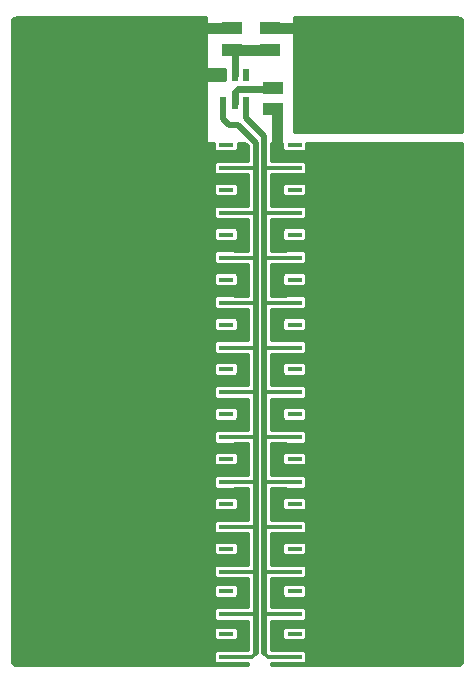
<source format=gtl>
G04 (created by PCBNEW (2013-07-07 BZR 4022)-stable) date 12/4/2019 12:35:47*
%MOIN*%
G04 Gerber Fmt 3.4, Leading zero omitted, Abs format*
%FSLAX34Y34*%
G01*
G70*
G90*
G04 APERTURE LIST*
%ADD10C,0.00590551*%
%ADD11R,0.023622X0.0433071*%
%ADD12C,0.0275591*%
%ADD13R,0.0700787X0.0401575*%
%ADD14R,0.0393701X0.0393701*%
%ADD15R,0.0492126X0.0133858*%
%ADD16C,0.0354331*%
%ADD17C,0.011811*%
%ADD18C,0.019685*%
%ADD19C,0.023622*%
G04 APERTURE END LIST*
G54D10*
G54D11*
X7204Y-3031D03*
X7952Y-3031D03*
X7204Y-2086D03*
X7578Y-3031D03*
X7952Y-2086D03*
X7578Y-2086D03*
G54D12*
X1456Y-13858D03*
X669Y-14153D03*
X4901Y-12972D03*
X6082Y-13070D03*
X5590Y-12283D03*
X6476Y-12381D03*
X5000Y-14448D03*
X6279Y-13759D03*
X5393Y-13661D03*
X6377Y-14940D03*
X5885Y-14448D03*
X5590Y-21437D03*
X6377Y-20157D03*
X6476Y-17007D03*
X1555Y-16909D03*
X3031Y-17696D03*
X2637Y-18582D03*
X570Y-18976D03*
X1358Y-18582D03*
X1850Y-19074D03*
X866Y-17795D03*
X1751Y-17893D03*
X767Y-11889D03*
X5787Y-15334D03*
X4901Y-16318D03*
X5000Y-15629D03*
X6181Y-16122D03*
X5787Y-16712D03*
X5098Y-17598D03*
X5787Y-19566D03*
X6181Y-20944D03*
X6279Y-18287D03*
X5295Y-18779D03*
X5885Y-17500D03*
X4803Y-18188D03*
X6476Y-18976D03*
X4114Y-19271D03*
X3228Y-19173D03*
X2244Y-19763D03*
X5098Y-19665D03*
X5492Y-20354D03*
X4212Y-20452D03*
X1161Y-19665D03*
X767Y-20255D03*
X3720Y-19960D03*
X2047Y-20649D03*
X2933Y-20354D03*
X4114Y-21141D03*
X4901Y-21043D03*
X2539Y-21338D03*
X964Y-21338D03*
X2440Y-15236D03*
X1358Y-15137D03*
X964Y-15728D03*
X2244Y-16122D03*
X3129Y-15826D03*
X2736Y-16811D03*
X669Y-16811D03*
X3129Y-11496D03*
X2342Y-11791D03*
X767Y-10413D03*
X1751Y-9822D03*
X1456Y-11003D03*
X2145Y-11102D03*
X1062Y-13070D03*
X1948Y-12480D03*
X3326Y-9822D03*
X6082Y-11299D03*
X5000Y-11496D03*
X6279Y-10314D03*
X5492Y-10610D03*
X5688Y-9527D03*
X4901Y-9625D03*
X2736Y-10511D03*
X3720Y-8838D03*
X2834Y-9133D03*
X866Y-9625D03*
X4507Y-8444D03*
X1555Y-8740D03*
X6279Y-3818D03*
X10137Y-826D03*
X1948Y-8149D03*
X767Y-7657D03*
X669Y-8346D03*
X1653Y-6673D03*
X669Y-6870D03*
X1555Y-7362D03*
X2539Y-7362D03*
X5000Y-8937D03*
X6279Y-8838D03*
X5885Y-8149D03*
X3031Y-8248D03*
X6476Y-5984D03*
X4901Y-6673D03*
X4015Y-7657D03*
X5885Y-6673D03*
X6279Y-7362D03*
X4901Y-7755D03*
X866Y-5000D03*
X4311Y-5885D03*
X5393Y-5787D03*
X1653Y-2933D03*
X866Y-3917D03*
X4114Y-5000D03*
X3326Y-4311D03*
X1456Y-4409D03*
X2736Y-4901D03*
X3326Y-5492D03*
X1161Y-5885D03*
X2342Y-5787D03*
X1751Y-5098D03*
X3523Y-2440D03*
X1751Y-3720D03*
X2440Y-4212D03*
X5000Y-5098D03*
X6082Y-5295D03*
X5000Y-4212D03*
X5885Y-4409D03*
X4015Y-4212D03*
X5590Y-3523D03*
X4114Y-3129D03*
X2933Y-3228D03*
X2539Y-2342D03*
X866Y-2637D03*
X1555Y-2047D03*
X5098Y-2834D03*
X4507Y-2244D03*
X3523Y-1751D03*
X2440Y-1456D03*
X964Y-1358D03*
X5984Y-2440D03*
X5098Y-1653D03*
X5787Y-1653D03*
X5984Y-669D03*
X4606Y-669D03*
X3425Y-964D03*
X4311Y-1161D03*
X5295Y-964D03*
X2637Y-669D03*
X1653Y-866D03*
X767Y-669D03*
X10492Y-18818D03*
X11771Y-18523D03*
X7854Y-9232D03*
X7854Y-4724D03*
X7854Y-7755D03*
X7854Y-6200D03*
X7854Y-12185D03*
X7854Y-13661D03*
X7854Y-10708D03*
X7854Y-15137D03*
X8996Y-4724D03*
X8996Y-7755D03*
X8996Y-6200D03*
X11909Y-12066D03*
X13385Y-12657D03*
X14015Y-5000D03*
X14704Y-4803D03*
X8996Y-21043D03*
X7854Y-21043D03*
X10551Y-11889D03*
X10570Y-6515D03*
X10374Y-4803D03*
X10492Y-8090D03*
X11653Y-9606D03*
X10984Y-10610D03*
X11279Y-12204D03*
X10787Y-13188D03*
X7854Y-16614D03*
X7854Y-19566D03*
X7854Y-18090D03*
X13287Y-21161D03*
X10984Y-18031D03*
X12106Y-20925D03*
X11476Y-15472D03*
X13562Y-14232D03*
X14429Y-14704D03*
X11673Y-13799D03*
X10590Y-17106D03*
X13169Y-13464D03*
X14448Y-13917D03*
X10551Y-16102D03*
X13169Y-18149D03*
X12755Y-14901D03*
X10629Y-19744D03*
X11870Y-14586D03*
X10728Y-14724D03*
X14665Y-12696D03*
X13484Y-15708D03*
X14724Y-18425D03*
X14173Y-12263D03*
X11968Y-1397D03*
X14232Y-2874D03*
X10708Y-3582D03*
X12952Y-3366D03*
X12027Y-3622D03*
X14685Y-3326D03*
X13759Y-3287D03*
X11889Y-551D03*
X10610Y-492D03*
X10177Y-3248D03*
X10649Y-2539D03*
X10374Y-1929D03*
X10531Y-1220D03*
X11003Y-1771D03*
X11397Y-1141D03*
X12185Y-2007D03*
X12066Y-2854D03*
X11279Y-3169D03*
X11358Y-2303D03*
X10433Y-5905D03*
X11811Y-8562D03*
X10433Y-7480D03*
X14074Y-13090D03*
X14665Y-15944D03*
X11220Y-11417D03*
X11811Y-10137D03*
X13818Y-1811D03*
X13543Y-2578D03*
X14330Y-2263D03*
X14448Y-1417D03*
X13661Y-551D03*
X14488Y-708D03*
X13267Y-1181D03*
X12795Y-629D03*
X12637Y-1338D03*
X13110Y-2047D03*
X12539Y-2559D03*
X13248Y-11948D03*
X13858Y-11653D03*
X11555Y-10787D03*
X11003Y-21003D03*
X12480Y-14153D03*
X13484Y-9685D03*
X12598Y-9842D03*
X11811Y-13051D03*
X12755Y-12578D03*
X14625Y-11633D03*
X14625Y-10866D03*
X14448Y-10000D03*
X12559Y-10590D03*
X14173Y-9035D03*
X13681Y-10708D03*
X12263Y-9094D03*
X10807Y-8562D03*
X12933Y-8346D03*
X13484Y-17086D03*
X14035Y-8169D03*
X10807Y-9724D03*
X14625Y-7578D03*
X11968Y-7755D03*
X14783Y-6397D03*
X10964Y-7755D03*
X13307Y-7559D03*
X14035Y-7066D03*
X12204Y-6929D03*
X11181Y-6850D03*
X14153Y-5629D03*
X13228Y-6062D03*
X12066Y-6279D03*
X11338Y-5905D03*
X13149Y-5039D03*
X13464Y-6692D03*
X12047Y-5196D03*
X10866Y-5196D03*
X8996Y-15137D03*
X8996Y-16614D03*
X8996Y-19566D03*
X8996Y-18090D03*
X8996Y-12185D03*
X8996Y-13661D03*
X8996Y-10708D03*
X8996Y-9232D03*
G54D13*
X8858Y-3204D03*
X8858Y-2503D03*
X8759Y-1236D03*
X8759Y-535D03*
X7480Y-1236D03*
X7480Y-535D03*
G54D14*
X13188Y-2657D03*
X12893Y-8366D03*
X11614Y-885D03*
X4527Y-1279D03*
G54D15*
X7303Y-16387D03*
X7303Y-16643D03*
X7303Y-16899D03*
X7303Y-17155D03*
X9586Y-17155D03*
X9586Y-16899D03*
X9586Y-16643D03*
X9586Y-16387D03*
X7303Y-20718D03*
X7303Y-20974D03*
X7303Y-21230D03*
X7303Y-21486D03*
X9586Y-21486D03*
X9586Y-21230D03*
X9586Y-20974D03*
X9586Y-20718D03*
X7303Y-19301D03*
X7303Y-19557D03*
X7303Y-19812D03*
X7303Y-20068D03*
X9586Y-20068D03*
X9586Y-19812D03*
X9586Y-19557D03*
X9586Y-19301D03*
X7303Y-17883D03*
X7303Y-18139D03*
X7303Y-18395D03*
X7303Y-18651D03*
X9586Y-18651D03*
X9586Y-18395D03*
X9586Y-18139D03*
X9586Y-17883D03*
X7303Y-14891D03*
X7303Y-15147D03*
X7303Y-15403D03*
X7303Y-15659D03*
X9586Y-15659D03*
X9586Y-15403D03*
X9586Y-15147D03*
X9586Y-14891D03*
X7303Y-13395D03*
X7303Y-13651D03*
X7303Y-13907D03*
X7303Y-14163D03*
X9586Y-14163D03*
X9586Y-13907D03*
X9586Y-13651D03*
X9586Y-13395D03*
X7303Y-11899D03*
X7303Y-12155D03*
X7303Y-12411D03*
X7303Y-12667D03*
X9586Y-12667D03*
X9586Y-12411D03*
X9586Y-12155D03*
X9586Y-11899D03*
X7303Y-10403D03*
X7303Y-10659D03*
X7303Y-10915D03*
X7303Y-11171D03*
X9586Y-11171D03*
X9586Y-10915D03*
X9586Y-10659D03*
X9586Y-10403D03*
X7303Y-8907D03*
X7303Y-9163D03*
X7303Y-9419D03*
X7303Y-9675D03*
X9586Y-9675D03*
X9586Y-9419D03*
X9586Y-9163D03*
X9586Y-8907D03*
X7303Y-7411D03*
X7303Y-7667D03*
X7303Y-7923D03*
X7303Y-8179D03*
X9586Y-8179D03*
X9586Y-7923D03*
X9586Y-7667D03*
X9586Y-7411D03*
X7303Y-5915D03*
X7303Y-6171D03*
X7303Y-6427D03*
X7303Y-6683D03*
X9586Y-6683D03*
X9586Y-6427D03*
X9586Y-6171D03*
X9586Y-5915D03*
X7303Y-4419D03*
X7303Y-4675D03*
X7303Y-4931D03*
X7303Y-5187D03*
X9586Y-5187D03*
X9586Y-4931D03*
X9586Y-4675D03*
X9586Y-4419D03*
G54D16*
X8759Y-535D02*
X10377Y-535D01*
X10377Y-535D02*
X10433Y-590D01*
X8996Y-4724D02*
X8996Y-3342D01*
X8996Y-3342D02*
X8858Y-3204D01*
G54D17*
X9586Y-21486D02*
X8690Y-21486D01*
G54D18*
X8562Y-21358D02*
X8562Y-20068D01*
G54D17*
X8690Y-21486D02*
X8562Y-21358D01*
X9586Y-20068D02*
X8562Y-20068D01*
X9586Y-18651D02*
X8562Y-18651D01*
X9586Y-17155D02*
X8562Y-17155D01*
X9586Y-15659D02*
X8562Y-15659D01*
X9586Y-14163D02*
X8533Y-14163D01*
X8523Y-14173D02*
X8562Y-14173D01*
X8533Y-14163D02*
X8523Y-14173D01*
X9586Y-12667D02*
X8562Y-12667D01*
X9586Y-11171D02*
X8562Y-11171D01*
X9586Y-9675D02*
X8562Y-9675D01*
X8562Y-9675D02*
X8562Y-9645D01*
X9586Y-8179D02*
X8562Y-8179D01*
X9586Y-6683D02*
X8572Y-6683D01*
X8572Y-6683D02*
X8562Y-6692D01*
X9586Y-5187D02*
X8592Y-5187D01*
X8592Y-5187D02*
X8562Y-5216D01*
G54D18*
X8562Y-20068D02*
X8562Y-19990D01*
X8562Y-16998D02*
X8562Y-17027D01*
X8562Y-10413D02*
X8562Y-9645D01*
X8562Y-9645D02*
X8562Y-8858D01*
X8562Y-12007D02*
X8562Y-11171D01*
X8562Y-11171D02*
X8562Y-11122D01*
X8562Y-11122D02*
X8562Y-10413D01*
X8562Y-6692D02*
X8562Y-8070D01*
X8562Y-8070D02*
X8562Y-8179D01*
X8562Y-8179D02*
X8562Y-8858D01*
X8562Y-13582D02*
X8562Y-12667D01*
X8562Y-12667D02*
X8562Y-12598D01*
X8562Y-12598D02*
X8562Y-12007D01*
X8562Y-8858D02*
X8562Y-8838D01*
X8562Y-5216D02*
X8562Y-6692D01*
X8562Y-14074D02*
X8562Y-13582D01*
X8562Y-4429D02*
X8562Y-4133D01*
X8562Y-4133D02*
X7952Y-3523D01*
X8562Y-4429D02*
X8562Y-5216D01*
X7952Y-3523D02*
X7952Y-3031D01*
X8562Y-15137D02*
X8562Y-14173D01*
X8562Y-14173D02*
X8562Y-14074D01*
X8562Y-16732D02*
X8562Y-15659D01*
X8562Y-15659D02*
X8562Y-15501D01*
X8562Y-15501D02*
X8562Y-15531D01*
X8562Y-15531D02*
X8562Y-15137D01*
X8562Y-18287D02*
X8562Y-17155D01*
X8562Y-17155D02*
X8562Y-16998D01*
X8562Y-17027D02*
X8562Y-16732D01*
X8562Y-19783D02*
X8562Y-18651D01*
X8562Y-18651D02*
X8562Y-18503D01*
X8562Y-18503D02*
X8562Y-18405D01*
X8562Y-18405D02*
X8562Y-18287D01*
X8562Y-19990D02*
X8562Y-19881D01*
X8562Y-19881D02*
X8562Y-19783D01*
G54D17*
X7303Y-21486D02*
X8159Y-21486D01*
G54D18*
X8287Y-21358D02*
X8287Y-20068D01*
G54D17*
X8159Y-21486D02*
X8287Y-21358D01*
X7303Y-20068D02*
X8287Y-20068D01*
X7303Y-18651D02*
X8326Y-18651D01*
X8326Y-18661D02*
X8287Y-18661D01*
X8326Y-18651D02*
X8326Y-18661D01*
X7303Y-17155D02*
X8287Y-17155D01*
X7303Y-15659D02*
X8326Y-15659D01*
X8326Y-15669D02*
X8287Y-15669D01*
X8326Y-15659D02*
X8326Y-15669D01*
X7303Y-14163D02*
X8326Y-14163D01*
X8326Y-14173D02*
X8287Y-14173D01*
X8326Y-14163D02*
X8326Y-14173D01*
X7303Y-12667D02*
X8287Y-12667D01*
X8287Y-12667D02*
X8287Y-12588D01*
X7303Y-11171D02*
X8287Y-11171D01*
X7303Y-9675D02*
X8326Y-9675D01*
X8326Y-9685D02*
X8287Y-9685D01*
X8326Y-9675D02*
X8326Y-9685D01*
X7303Y-8179D02*
X8287Y-8179D01*
X8287Y-8179D02*
X8287Y-8149D01*
X7303Y-6683D02*
X8238Y-6683D01*
X8238Y-6683D02*
X8287Y-6633D01*
X7303Y-5187D02*
X8326Y-5187D01*
X8326Y-5196D02*
X8287Y-5196D01*
X8326Y-5187D02*
X8326Y-5196D01*
G54D18*
X8287Y-20068D02*
X8287Y-20000D01*
G54D17*
X8287Y-6633D02*
X8326Y-6633D01*
X8326Y-6633D02*
X8287Y-6633D01*
G54D18*
X8287Y-13562D02*
X8287Y-12588D01*
X8287Y-12588D02*
X8287Y-12500D01*
X8287Y-12500D02*
X8287Y-11988D01*
X8287Y-11988D02*
X8287Y-11171D01*
X8287Y-11171D02*
X8287Y-11102D01*
X8287Y-11102D02*
X8287Y-10413D01*
X8287Y-10413D02*
X8287Y-9685D01*
X8287Y-9685D02*
X8287Y-9645D01*
X8287Y-9645D02*
X8287Y-9645D01*
X8287Y-9645D02*
X8287Y-8858D01*
X8287Y-14055D02*
X8287Y-13562D01*
X8287Y-8858D02*
X8287Y-8149D01*
X8287Y-8149D02*
X8287Y-8149D01*
X8287Y-8858D02*
X8287Y-8838D01*
X8287Y-20000D02*
X8287Y-19960D01*
X8287Y-19960D02*
X8287Y-19783D01*
X8287Y-19783D02*
X8287Y-18661D01*
X8287Y-18661D02*
X8287Y-18484D01*
X8287Y-18484D02*
X8287Y-18287D01*
X8287Y-18287D02*
X8287Y-17155D01*
X8287Y-17155D02*
X8287Y-17007D01*
X8287Y-17007D02*
X8287Y-16712D01*
X8287Y-16712D02*
X8287Y-15669D01*
X8287Y-15669D02*
X8287Y-15531D01*
X8287Y-15531D02*
X8287Y-15137D01*
X8287Y-15137D02*
X8287Y-14173D01*
X8287Y-14173D02*
X8287Y-14055D01*
X8287Y-4645D02*
X8287Y-4350D01*
X7204Y-3562D02*
X7204Y-3031D01*
X7381Y-3740D02*
X7204Y-3562D01*
X8287Y-5196D02*
X8287Y-5196D01*
X8287Y-5196D02*
X8287Y-4645D01*
X8287Y-6594D02*
X8287Y-6633D01*
X8287Y-6633D02*
X8287Y-5196D01*
X8287Y-4350D02*
X7677Y-3740D01*
X7677Y-3740D02*
X7381Y-3740D01*
X8287Y-8149D02*
X8287Y-6594D01*
G54D19*
X7578Y-3031D02*
X7578Y-2657D01*
X8803Y-2559D02*
X8858Y-2503D01*
X7677Y-2559D02*
X8803Y-2559D01*
X7578Y-2657D02*
X7677Y-2559D01*
G54D16*
X8759Y-1236D02*
X7480Y-1236D01*
G54D19*
X7578Y-2086D02*
X7578Y-1334D01*
X7578Y-1334D02*
X7480Y-1236D01*
G54D16*
X7480Y-535D02*
X5763Y-535D01*
X5763Y-535D02*
X5708Y-590D01*
G54D10*
G36*
X15157Y-3976D02*
X9606Y-3976D01*
X9606Y-196D01*
X15039Y-196D01*
X15095Y-207D01*
X15126Y-228D01*
X15146Y-258D01*
X15157Y-315D01*
X15157Y-3976D01*
X15157Y-3976D01*
G37*
G54D17*
X15157Y-3976D02*
X9606Y-3976D01*
X9606Y-196D01*
X15039Y-196D01*
X15095Y-207D01*
X15126Y-228D01*
X15146Y-258D01*
X15157Y-315D01*
X15157Y-3976D01*
G54D10*
G36*
X15157Y-21633D02*
X15146Y-21689D01*
X15126Y-21720D01*
X15095Y-21741D01*
X15039Y-21751D01*
X8818Y-21751D01*
X8818Y-21722D01*
X9286Y-21722D01*
X9305Y-21730D01*
X9375Y-21730D01*
X9867Y-21730D01*
X9932Y-21703D01*
X9982Y-21653D01*
X10009Y-21588D01*
X10009Y-21518D01*
X10009Y-21384D01*
X10009Y-20750D01*
X10009Y-20616D01*
X9982Y-20551D01*
X9933Y-20501D01*
X9868Y-20474D01*
X9797Y-20474D01*
X9305Y-20474D01*
X9240Y-20501D01*
X9190Y-20551D01*
X9163Y-20616D01*
X9163Y-20686D01*
X9163Y-20820D01*
X9190Y-20885D01*
X9240Y-20935D01*
X9305Y-20962D01*
X9375Y-20962D01*
X9867Y-20962D01*
X9932Y-20935D01*
X9982Y-20885D01*
X10009Y-20820D01*
X10009Y-20750D01*
X10009Y-21384D01*
X9982Y-21319D01*
X9933Y-21269D01*
X9868Y-21242D01*
X9797Y-21242D01*
X9305Y-21242D01*
X9286Y-21250D01*
X8838Y-21250D01*
X8838Y-20305D01*
X9286Y-20305D01*
X9305Y-20312D01*
X9375Y-20313D01*
X9867Y-20313D01*
X9932Y-20286D01*
X9982Y-20236D01*
X10009Y-20171D01*
X10009Y-20100D01*
X10009Y-19966D01*
X10009Y-19333D01*
X10009Y-19199D01*
X9982Y-19134D01*
X9933Y-19084D01*
X9868Y-19057D01*
X9797Y-19057D01*
X9305Y-19057D01*
X9240Y-19083D01*
X9190Y-19133D01*
X9163Y-19198D01*
X9163Y-19269D01*
X9163Y-19403D01*
X9190Y-19468D01*
X9240Y-19518D01*
X9305Y-19545D01*
X9375Y-19545D01*
X9867Y-19545D01*
X9932Y-19518D01*
X9982Y-19468D01*
X10009Y-19403D01*
X10009Y-19333D01*
X10009Y-19966D01*
X9982Y-19901D01*
X9933Y-19851D01*
X9868Y-19824D01*
X9797Y-19824D01*
X9305Y-19824D01*
X9286Y-19832D01*
X8838Y-19832D01*
X8838Y-19783D01*
X8838Y-18887D01*
X9286Y-18887D01*
X9305Y-18895D01*
X9375Y-18895D01*
X9867Y-18895D01*
X9932Y-18868D01*
X9982Y-18818D01*
X10009Y-18753D01*
X10009Y-18683D01*
X10009Y-18549D01*
X10009Y-17915D01*
X10009Y-17781D01*
X9982Y-17716D01*
X9933Y-17666D01*
X9868Y-17639D01*
X9797Y-17639D01*
X9305Y-17639D01*
X9240Y-17666D01*
X9190Y-17716D01*
X9163Y-17781D01*
X9163Y-17852D01*
X9163Y-17985D01*
X9190Y-18051D01*
X9240Y-18100D01*
X9305Y-18127D01*
X9375Y-18127D01*
X9867Y-18127D01*
X9932Y-18101D01*
X9982Y-18051D01*
X10009Y-17986D01*
X10009Y-17915D01*
X10009Y-18549D01*
X9982Y-18484D01*
X9933Y-18434D01*
X9868Y-18407D01*
X9797Y-18407D01*
X9305Y-18407D01*
X9286Y-18415D01*
X8838Y-18415D01*
X8838Y-18405D01*
X8838Y-18287D01*
X8838Y-17391D01*
X9286Y-17391D01*
X9305Y-17399D01*
X9375Y-17399D01*
X9867Y-17399D01*
X9932Y-17372D01*
X9982Y-17322D01*
X10009Y-17257D01*
X10009Y-17187D01*
X10009Y-17053D01*
X10009Y-16419D01*
X10009Y-16285D01*
X9982Y-16220D01*
X9933Y-16170D01*
X9868Y-16143D01*
X9797Y-16143D01*
X9305Y-16143D01*
X9240Y-16170D01*
X9190Y-16220D01*
X9163Y-16285D01*
X9163Y-16355D01*
X9163Y-16489D01*
X9190Y-16554D01*
X9240Y-16604D01*
X9305Y-16631D01*
X9375Y-16631D01*
X9867Y-16631D01*
X9932Y-16605D01*
X9982Y-16555D01*
X10009Y-16490D01*
X10009Y-16419D01*
X10009Y-17053D01*
X9982Y-16988D01*
X9933Y-16938D01*
X9868Y-16911D01*
X9797Y-16911D01*
X9305Y-16911D01*
X9286Y-16919D01*
X8838Y-16919D01*
X8838Y-16732D01*
X8838Y-15895D01*
X9286Y-15895D01*
X9305Y-15903D01*
X9375Y-15903D01*
X9867Y-15903D01*
X9932Y-15876D01*
X9982Y-15826D01*
X10009Y-15761D01*
X10009Y-15691D01*
X10009Y-15557D01*
X10009Y-14923D01*
X10009Y-14789D01*
X9982Y-14724D01*
X9933Y-14674D01*
X9868Y-14647D01*
X9797Y-14647D01*
X9305Y-14647D01*
X9240Y-14674D01*
X9190Y-14724D01*
X9163Y-14789D01*
X9163Y-14859D01*
X9163Y-14993D01*
X9190Y-15058D01*
X9240Y-15108D01*
X9305Y-15135D01*
X9375Y-15135D01*
X9867Y-15135D01*
X9932Y-15108D01*
X9982Y-15059D01*
X10009Y-14994D01*
X10009Y-14923D01*
X10009Y-15557D01*
X9982Y-15492D01*
X9933Y-15442D01*
X9868Y-15415D01*
X9797Y-15415D01*
X9305Y-15415D01*
X9286Y-15423D01*
X8838Y-15423D01*
X8838Y-15137D01*
X8838Y-14399D01*
X9286Y-14399D01*
X9305Y-14407D01*
X9375Y-14407D01*
X9867Y-14407D01*
X9932Y-14380D01*
X9982Y-14330D01*
X10009Y-14265D01*
X10009Y-14195D01*
X10009Y-14061D01*
X10009Y-13427D01*
X10009Y-13293D01*
X9982Y-13228D01*
X9933Y-13178D01*
X9868Y-13151D01*
X9797Y-13151D01*
X9305Y-13151D01*
X9240Y-13178D01*
X9190Y-13228D01*
X9163Y-13293D01*
X9163Y-13363D01*
X9163Y-13497D01*
X9190Y-13562D01*
X9240Y-13612D01*
X9305Y-13639D01*
X9375Y-13639D01*
X9867Y-13639D01*
X9932Y-13612D01*
X9982Y-13563D01*
X10009Y-13497D01*
X10009Y-13427D01*
X10009Y-14061D01*
X9982Y-13996D01*
X9933Y-13946D01*
X9868Y-13919D01*
X9797Y-13919D01*
X9305Y-13919D01*
X9286Y-13927D01*
X8838Y-13927D01*
X8838Y-13582D01*
X8838Y-12903D01*
X9286Y-12903D01*
X9305Y-12911D01*
X9375Y-12911D01*
X9867Y-12911D01*
X9932Y-12884D01*
X9982Y-12834D01*
X10009Y-12769D01*
X10009Y-12699D01*
X10009Y-12565D01*
X10009Y-11931D01*
X10009Y-11797D01*
X9982Y-11732D01*
X9933Y-11682D01*
X9868Y-11655D01*
X9797Y-11655D01*
X9305Y-11655D01*
X9240Y-11682D01*
X9190Y-11732D01*
X9163Y-11797D01*
X9163Y-11867D01*
X9163Y-12001D01*
X9190Y-12066D01*
X9240Y-12116D01*
X9305Y-12143D01*
X9375Y-12143D01*
X9867Y-12143D01*
X9932Y-12116D01*
X9982Y-12067D01*
X10009Y-12001D01*
X10009Y-11931D01*
X10009Y-12565D01*
X9982Y-12500D01*
X9933Y-12450D01*
X9868Y-12423D01*
X9797Y-12423D01*
X9305Y-12423D01*
X9286Y-12431D01*
X8838Y-12431D01*
X8838Y-12007D01*
X8838Y-11407D01*
X9286Y-11407D01*
X9305Y-11415D01*
X9375Y-11415D01*
X9867Y-11415D01*
X9932Y-11388D01*
X9982Y-11338D01*
X10009Y-11273D01*
X10009Y-11203D01*
X10009Y-11069D01*
X10009Y-10435D01*
X10009Y-10301D01*
X9982Y-10236D01*
X9933Y-10186D01*
X9868Y-10159D01*
X9797Y-10159D01*
X9305Y-10159D01*
X9240Y-10186D01*
X9190Y-10236D01*
X9163Y-10301D01*
X9163Y-10371D01*
X9163Y-10505D01*
X9190Y-10570D01*
X9240Y-10620D01*
X9305Y-10647D01*
X9375Y-10647D01*
X9867Y-10647D01*
X9932Y-10620D01*
X9982Y-10570D01*
X10009Y-10505D01*
X10009Y-10435D01*
X10009Y-11069D01*
X9982Y-11004D01*
X9933Y-10954D01*
X9868Y-10927D01*
X9797Y-10927D01*
X9305Y-10927D01*
X9286Y-10935D01*
X8838Y-10935D01*
X8838Y-10413D01*
X8838Y-9911D01*
X9286Y-9911D01*
X9305Y-9919D01*
X9375Y-9919D01*
X9867Y-9919D01*
X9932Y-9892D01*
X9982Y-9842D01*
X10009Y-9777D01*
X10009Y-9707D01*
X10009Y-9573D01*
X10009Y-8939D01*
X10009Y-8805D01*
X9982Y-8740D01*
X9933Y-8690D01*
X9868Y-8663D01*
X9797Y-8663D01*
X9305Y-8663D01*
X9240Y-8690D01*
X9190Y-8740D01*
X9163Y-8805D01*
X9163Y-8875D01*
X9163Y-9009D01*
X9190Y-9074D01*
X9240Y-9124D01*
X9305Y-9151D01*
X9375Y-9151D01*
X9867Y-9151D01*
X9932Y-9124D01*
X9982Y-9074D01*
X10009Y-9009D01*
X10009Y-8939D01*
X10009Y-9573D01*
X9982Y-9508D01*
X9933Y-9458D01*
X9868Y-9431D01*
X9797Y-9431D01*
X9305Y-9431D01*
X9286Y-9438D01*
X8838Y-9438D01*
X8838Y-8858D01*
X8838Y-8838D01*
X8838Y-8415D01*
X9286Y-8415D01*
X9305Y-8423D01*
X9375Y-8423D01*
X9867Y-8423D01*
X9932Y-8396D01*
X9982Y-8346D01*
X10009Y-8281D01*
X10009Y-8210D01*
X10009Y-8077D01*
X10009Y-7443D01*
X10009Y-7309D01*
X9982Y-7244D01*
X9933Y-7194D01*
X9868Y-7167D01*
X9797Y-7167D01*
X9305Y-7167D01*
X9240Y-7194D01*
X9190Y-7244D01*
X9163Y-7309D01*
X9163Y-7379D01*
X9163Y-7513D01*
X9190Y-7578D01*
X9240Y-7628D01*
X9305Y-7655D01*
X9375Y-7655D01*
X9867Y-7655D01*
X9932Y-7628D01*
X9982Y-7578D01*
X10009Y-7513D01*
X10009Y-7443D01*
X10009Y-8077D01*
X9982Y-8011D01*
X9933Y-7962D01*
X9868Y-7935D01*
X9797Y-7935D01*
X9305Y-7935D01*
X9286Y-7942D01*
X8838Y-7942D01*
X8838Y-6919D01*
X9286Y-6919D01*
X9305Y-6927D01*
X9375Y-6927D01*
X9867Y-6927D01*
X9932Y-6900D01*
X9982Y-6850D01*
X10009Y-6785D01*
X10009Y-6714D01*
X10009Y-6581D01*
X10009Y-5947D01*
X10009Y-5813D01*
X9982Y-5748D01*
X9933Y-5698D01*
X9868Y-5671D01*
X9797Y-5671D01*
X9305Y-5671D01*
X9240Y-5698D01*
X9190Y-5747D01*
X9163Y-5813D01*
X9163Y-5883D01*
X9163Y-6017D01*
X9190Y-6082D01*
X9240Y-6132D01*
X9305Y-6159D01*
X9375Y-6159D01*
X9867Y-6159D01*
X9932Y-6132D01*
X9982Y-6082D01*
X10009Y-6017D01*
X10009Y-5947D01*
X10009Y-6581D01*
X9982Y-6515D01*
X9933Y-6466D01*
X9868Y-6439D01*
X9797Y-6438D01*
X9305Y-6438D01*
X9286Y-6446D01*
X8838Y-6446D01*
X8838Y-5423D01*
X9286Y-5423D01*
X9305Y-5431D01*
X9375Y-5431D01*
X9867Y-5431D01*
X9932Y-5404D01*
X9982Y-5354D01*
X10009Y-5289D01*
X10009Y-5218D01*
X10009Y-5084D01*
X9982Y-5019D01*
X9933Y-4969D01*
X9868Y-4942D01*
X9797Y-4942D01*
X9305Y-4942D01*
X9286Y-4950D01*
X8838Y-4950D01*
X8838Y-4429D01*
X8838Y-4389D01*
X9163Y-4389D01*
X9163Y-4521D01*
X9190Y-4586D01*
X9240Y-4636D01*
X9305Y-4663D01*
X9375Y-4663D01*
X9867Y-4663D01*
X9932Y-4636D01*
X9982Y-4586D01*
X10009Y-4521D01*
X10009Y-4451D01*
X10009Y-4389D01*
X15157Y-4389D01*
X15157Y-21633D01*
X15157Y-21633D01*
G37*
G54D17*
X15157Y-21633D02*
X15146Y-21689D01*
X15126Y-21720D01*
X15095Y-21741D01*
X15039Y-21751D01*
X8818Y-21751D01*
X8818Y-21722D01*
X9286Y-21722D01*
X9305Y-21730D01*
X9375Y-21730D01*
X9867Y-21730D01*
X9932Y-21703D01*
X9982Y-21653D01*
X10009Y-21588D01*
X10009Y-21518D01*
X10009Y-21384D01*
X10009Y-20750D01*
X10009Y-20616D01*
X9982Y-20551D01*
X9933Y-20501D01*
X9868Y-20474D01*
X9797Y-20474D01*
X9305Y-20474D01*
X9240Y-20501D01*
X9190Y-20551D01*
X9163Y-20616D01*
X9163Y-20686D01*
X9163Y-20820D01*
X9190Y-20885D01*
X9240Y-20935D01*
X9305Y-20962D01*
X9375Y-20962D01*
X9867Y-20962D01*
X9932Y-20935D01*
X9982Y-20885D01*
X10009Y-20820D01*
X10009Y-20750D01*
X10009Y-21384D01*
X9982Y-21319D01*
X9933Y-21269D01*
X9868Y-21242D01*
X9797Y-21242D01*
X9305Y-21242D01*
X9286Y-21250D01*
X8838Y-21250D01*
X8838Y-20305D01*
X9286Y-20305D01*
X9305Y-20312D01*
X9375Y-20313D01*
X9867Y-20313D01*
X9932Y-20286D01*
X9982Y-20236D01*
X10009Y-20171D01*
X10009Y-20100D01*
X10009Y-19966D01*
X10009Y-19333D01*
X10009Y-19199D01*
X9982Y-19134D01*
X9933Y-19084D01*
X9868Y-19057D01*
X9797Y-19057D01*
X9305Y-19057D01*
X9240Y-19083D01*
X9190Y-19133D01*
X9163Y-19198D01*
X9163Y-19269D01*
X9163Y-19403D01*
X9190Y-19468D01*
X9240Y-19518D01*
X9305Y-19545D01*
X9375Y-19545D01*
X9867Y-19545D01*
X9932Y-19518D01*
X9982Y-19468D01*
X10009Y-19403D01*
X10009Y-19333D01*
X10009Y-19966D01*
X9982Y-19901D01*
X9933Y-19851D01*
X9868Y-19824D01*
X9797Y-19824D01*
X9305Y-19824D01*
X9286Y-19832D01*
X8838Y-19832D01*
X8838Y-19783D01*
X8838Y-18887D01*
X9286Y-18887D01*
X9305Y-18895D01*
X9375Y-18895D01*
X9867Y-18895D01*
X9932Y-18868D01*
X9982Y-18818D01*
X10009Y-18753D01*
X10009Y-18683D01*
X10009Y-18549D01*
X10009Y-17915D01*
X10009Y-17781D01*
X9982Y-17716D01*
X9933Y-17666D01*
X9868Y-17639D01*
X9797Y-17639D01*
X9305Y-17639D01*
X9240Y-17666D01*
X9190Y-17716D01*
X9163Y-17781D01*
X9163Y-17852D01*
X9163Y-17985D01*
X9190Y-18051D01*
X9240Y-18100D01*
X9305Y-18127D01*
X9375Y-18127D01*
X9867Y-18127D01*
X9932Y-18101D01*
X9982Y-18051D01*
X10009Y-17986D01*
X10009Y-17915D01*
X10009Y-18549D01*
X9982Y-18484D01*
X9933Y-18434D01*
X9868Y-18407D01*
X9797Y-18407D01*
X9305Y-18407D01*
X9286Y-18415D01*
X8838Y-18415D01*
X8838Y-18405D01*
X8838Y-18287D01*
X8838Y-17391D01*
X9286Y-17391D01*
X9305Y-17399D01*
X9375Y-17399D01*
X9867Y-17399D01*
X9932Y-17372D01*
X9982Y-17322D01*
X10009Y-17257D01*
X10009Y-17187D01*
X10009Y-17053D01*
X10009Y-16419D01*
X10009Y-16285D01*
X9982Y-16220D01*
X9933Y-16170D01*
X9868Y-16143D01*
X9797Y-16143D01*
X9305Y-16143D01*
X9240Y-16170D01*
X9190Y-16220D01*
X9163Y-16285D01*
X9163Y-16355D01*
X9163Y-16489D01*
X9190Y-16554D01*
X9240Y-16604D01*
X9305Y-16631D01*
X9375Y-16631D01*
X9867Y-16631D01*
X9932Y-16605D01*
X9982Y-16555D01*
X10009Y-16490D01*
X10009Y-16419D01*
X10009Y-17053D01*
X9982Y-16988D01*
X9933Y-16938D01*
X9868Y-16911D01*
X9797Y-16911D01*
X9305Y-16911D01*
X9286Y-16919D01*
X8838Y-16919D01*
X8838Y-16732D01*
X8838Y-15895D01*
X9286Y-15895D01*
X9305Y-15903D01*
X9375Y-15903D01*
X9867Y-15903D01*
X9932Y-15876D01*
X9982Y-15826D01*
X10009Y-15761D01*
X10009Y-15691D01*
X10009Y-15557D01*
X10009Y-14923D01*
X10009Y-14789D01*
X9982Y-14724D01*
X9933Y-14674D01*
X9868Y-14647D01*
X9797Y-14647D01*
X9305Y-14647D01*
X9240Y-14674D01*
X9190Y-14724D01*
X9163Y-14789D01*
X9163Y-14859D01*
X9163Y-14993D01*
X9190Y-15058D01*
X9240Y-15108D01*
X9305Y-15135D01*
X9375Y-15135D01*
X9867Y-15135D01*
X9932Y-15108D01*
X9982Y-15059D01*
X10009Y-14994D01*
X10009Y-14923D01*
X10009Y-15557D01*
X9982Y-15492D01*
X9933Y-15442D01*
X9868Y-15415D01*
X9797Y-15415D01*
X9305Y-15415D01*
X9286Y-15423D01*
X8838Y-15423D01*
X8838Y-15137D01*
X8838Y-14399D01*
X9286Y-14399D01*
X9305Y-14407D01*
X9375Y-14407D01*
X9867Y-14407D01*
X9932Y-14380D01*
X9982Y-14330D01*
X10009Y-14265D01*
X10009Y-14195D01*
X10009Y-14061D01*
X10009Y-13427D01*
X10009Y-13293D01*
X9982Y-13228D01*
X9933Y-13178D01*
X9868Y-13151D01*
X9797Y-13151D01*
X9305Y-13151D01*
X9240Y-13178D01*
X9190Y-13228D01*
X9163Y-13293D01*
X9163Y-13363D01*
X9163Y-13497D01*
X9190Y-13562D01*
X9240Y-13612D01*
X9305Y-13639D01*
X9375Y-13639D01*
X9867Y-13639D01*
X9932Y-13612D01*
X9982Y-13563D01*
X10009Y-13497D01*
X10009Y-13427D01*
X10009Y-14061D01*
X9982Y-13996D01*
X9933Y-13946D01*
X9868Y-13919D01*
X9797Y-13919D01*
X9305Y-13919D01*
X9286Y-13927D01*
X8838Y-13927D01*
X8838Y-13582D01*
X8838Y-12903D01*
X9286Y-12903D01*
X9305Y-12911D01*
X9375Y-12911D01*
X9867Y-12911D01*
X9932Y-12884D01*
X9982Y-12834D01*
X10009Y-12769D01*
X10009Y-12699D01*
X10009Y-12565D01*
X10009Y-11931D01*
X10009Y-11797D01*
X9982Y-11732D01*
X9933Y-11682D01*
X9868Y-11655D01*
X9797Y-11655D01*
X9305Y-11655D01*
X9240Y-11682D01*
X9190Y-11732D01*
X9163Y-11797D01*
X9163Y-11867D01*
X9163Y-12001D01*
X9190Y-12066D01*
X9240Y-12116D01*
X9305Y-12143D01*
X9375Y-12143D01*
X9867Y-12143D01*
X9932Y-12116D01*
X9982Y-12067D01*
X10009Y-12001D01*
X10009Y-11931D01*
X10009Y-12565D01*
X9982Y-12500D01*
X9933Y-12450D01*
X9868Y-12423D01*
X9797Y-12423D01*
X9305Y-12423D01*
X9286Y-12431D01*
X8838Y-12431D01*
X8838Y-12007D01*
X8838Y-11407D01*
X9286Y-11407D01*
X9305Y-11415D01*
X9375Y-11415D01*
X9867Y-11415D01*
X9932Y-11388D01*
X9982Y-11338D01*
X10009Y-11273D01*
X10009Y-11203D01*
X10009Y-11069D01*
X10009Y-10435D01*
X10009Y-10301D01*
X9982Y-10236D01*
X9933Y-10186D01*
X9868Y-10159D01*
X9797Y-10159D01*
X9305Y-10159D01*
X9240Y-10186D01*
X9190Y-10236D01*
X9163Y-10301D01*
X9163Y-10371D01*
X9163Y-10505D01*
X9190Y-10570D01*
X9240Y-10620D01*
X9305Y-10647D01*
X9375Y-10647D01*
X9867Y-10647D01*
X9932Y-10620D01*
X9982Y-10570D01*
X10009Y-10505D01*
X10009Y-10435D01*
X10009Y-11069D01*
X9982Y-11004D01*
X9933Y-10954D01*
X9868Y-10927D01*
X9797Y-10927D01*
X9305Y-10927D01*
X9286Y-10935D01*
X8838Y-10935D01*
X8838Y-10413D01*
X8838Y-9911D01*
X9286Y-9911D01*
X9305Y-9919D01*
X9375Y-9919D01*
X9867Y-9919D01*
X9932Y-9892D01*
X9982Y-9842D01*
X10009Y-9777D01*
X10009Y-9707D01*
X10009Y-9573D01*
X10009Y-8939D01*
X10009Y-8805D01*
X9982Y-8740D01*
X9933Y-8690D01*
X9868Y-8663D01*
X9797Y-8663D01*
X9305Y-8663D01*
X9240Y-8690D01*
X9190Y-8740D01*
X9163Y-8805D01*
X9163Y-8875D01*
X9163Y-9009D01*
X9190Y-9074D01*
X9240Y-9124D01*
X9305Y-9151D01*
X9375Y-9151D01*
X9867Y-9151D01*
X9932Y-9124D01*
X9982Y-9074D01*
X10009Y-9009D01*
X10009Y-8939D01*
X10009Y-9573D01*
X9982Y-9508D01*
X9933Y-9458D01*
X9868Y-9431D01*
X9797Y-9431D01*
X9305Y-9431D01*
X9286Y-9438D01*
X8838Y-9438D01*
X8838Y-8858D01*
X8838Y-8838D01*
X8838Y-8415D01*
X9286Y-8415D01*
X9305Y-8423D01*
X9375Y-8423D01*
X9867Y-8423D01*
X9932Y-8396D01*
X9982Y-8346D01*
X10009Y-8281D01*
X10009Y-8210D01*
X10009Y-8077D01*
X10009Y-7443D01*
X10009Y-7309D01*
X9982Y-7244D01*
X9933Y-7194D01*
X9868Y-7167D01*
X9797Y-7167D01*
X9305Y-7167D01*
X9240Y-7194D01*
X9190Y-7244D01*
X9163Y-7309D01*
X9163Y-7379D01*
X9163Y-7513D01*
X9190Y-7578D01*
X9240Y-7628D01*
X9305Y-7655D01*
X9375Y-7655D01*
X9867Y-7655D01*
X9932Y-7628D01*
X9982Y-7578D01*
X10009Y-7513D01*
X10009Y-7443D01*
X10009Y-8077D01*
X9982Y-8011D01*
X9933Y-7962D01*
X9868Y-7935D01*
X9797Y-7935D01*
X9305Y-7935D01*
X9286Y-7942D01*
X8838Y-7942D01*
X8838Y-6919D01*
X9286Y-6919D01*
X9305Y-6927D01*
X9375Y-6927D01*
X9867Y-6927D01*
X9932Y-6900D01*
X9982Y-6850D01*
X10009Y-6785D01*
X10009Y-6714D01*
X10009Y-6581D01*
X10009Y-5947D01*
X10009Y-5813D01*
X9982Y-5748D01*
X9933Y-5698D01*
X9868Y-5671D01*
X9797Y-5671D01*
X9305Y-5671D01*
X9240Y-5698D01*
X9190Y-5747D01*
X9163Y-5813D01*
X9163Y-5883D01*
X9163Y-6017D01*
X9190Y-6082D01*
X9240Y-6132D01*
X9305Y-6159D01*
X9375Y-6159D01*
X9867Y-6159D01*
X9932Y-6132D01*
X9982Y-6082D01*
X10009Y-6017D01*
X10009Y-5947D01*
X10009Y-6581D01*
X9982Y-6515D01*
X9933Y-6466D01*
X9868Y-6439D01*
X9797Y-6438D01*
X9305Y-6438D01*
X9286Y-6446D01*
X8838Y-6446D01*
X8838Y-5423D01*
X9286Y-5423D01*
X9305Y-5431D01*
X9375Y-5431D01*
X9867Y-5431D01*
X9932Y-5404D01*
X9982Y-5354D01*
X10009Y-5289D01*
X10009Y-5218D01*
X10009Y-5084D01*
X9982Y-5019D01*
X9933Y-4969D01*
X9868Y-4942D01*
X9797Y-4942D01*
X9305Y-4942D01*
X9286Y-4950D01*
X8838Y-4950D01*
X8838Y-4429D01*
X8838Y-4389D01*
X9163Y-4389D01*
X9163Y-4521D01*
X9190Y-4586D01*
X9240Y-4636D01*
X9305Y-4663D01*
X9375Y-4663D01*
X9867Y-4663D01*
X9932Y-4636D01*
X9982Y-4586D01*
X10009Y-4521D01*
X10009Y-4451D01*
X10009Y-4389D01*
X15157Y-4389D01*
X15157Y-21633D01*
G54D10*
G36*
X8011Y-21751D02*
X315Y-21751D01*
X258Y-21740D01*
X228Y-21720D01*
X207Y-21689D01*
X196Y-21634D01*
X196Y-314D01*
X207Y-259D01*
X228Y-228D01*
X258Y-207D01*
X315Y-196D01*
X6633Y-196D01*
X6633Y-1929D01*
X7263Y-1929D01*
X7263Y-2244D01*
X6633Y-2244D01*
X6633Y-4389D01*
X6879Y-4389D01*
X6879Y-4521D01*
X6906Y-4586D01*
X6956Y-4636D01*
X7021Y-4663D01*
X7092Y-4663D01*
X7584Y-4663D01*
X7649Y-4636D01*
X7699Y-4586D01*
X7726Y-4521D01*
X7726Y-4451D01*
X7726Y-4389D01*
X7937Y-4389D01*
X8011Y-4464D01*
X8011Y-4645D01*
X8011Y-4950D01*
X7603Y-4950D01*
X7584Y-4942D01*
X7514Y-4942D01*
X7022Y-4942D01*
X6956Y-4969D01*
X6906Y-5019D01*
X6879Y-5084D01*
X6879Y-5155D01*
X6879Y-5289D01*
X6906Y-5354D01*
X6956Y-5404D01*
X7021Y-5431D01*
X7092Y-5431D01*
X7584Y-5431D01*
X7603Y-5423D01*
X8011Y-5423D01*
X8011Y-6446D01*
X7726Y-6446D01*
X7726Y-5947D01*
X7726Y-5813D01*
X7699Y-5748D01*
X7649Y-5698D01*
X7584Y-5671D01*
X7514Y-5671D01*
X7022Y-5671D01*
X6956Y-5698D01*
X6906Y-5747D01*
X6879Y-5813D01*
X6879Y-5883D01*
X6879Y-6017D01*
X6906Y-6082D01*
X6956Y-6132D01*
X7021Y-6159D01*
X7092Y-6159D01*
X7584Y-6159D01*
X7649Y-6132D01*
X7699Y-6082D01*
X7726Y-6017D01*
X7726Y-5947D01*
X7726Y-6446D01*
X7603Y-6446D01*
X7584Y-6439D01*
X7514Y-6438D01*
X7022Y-6438D01*
X6956Y-6465D01*
X6906Y-6515D01*
X6879Y-6580D01*
X6879Y-6651D01*
X6879Y-6785D01*
X6906Y-6850D01*
X6956Y-6900D01*
X7021Y-6927D01*
X7092Y-6927D01*
X7584Y-6927D01*
X7603Y-6919D01*
X8011Y-6919D01*
X8011Y-7942D01*
X7726Y-7942D01*
X7726Y-7443D01*
X7726Y-7309D01*
X7699Y-7244D01*
X7649Y-7194D01*
X7584Y-7167D01*
X7514Y-7167D01*
X7022Y-7167D01*
X6956Y-7194D01*
X6906Y-7244D01*
X6879Y-7309D01*
X6879Y-7379D01*
X6879Y-7513D01*
X6906Y-7578D01*
X6956Y-7628D01*
X7021Y-7655D01*
X7092Y-7655D01*
X7584Y-7655D01*
X7649Y-7628D01*
X7699Y-7578D01*
X7726Y-7513D01*
X7726Y-7443D01*
X7726Y-7942D01*
X7603Y-7942D01*
X7584Y-7935D01*
X7514Y-7935D01*
X7022Y-7935D01*
X6956Y-7961D01*
X6906Y-8011D01*
X6879Y-8076D01*
X6879Y-8147D01*
X6879Y-8281D01*
X6906Y-8346D01*
X6956Y-8396D01*
X7021Y-8423D01*
X7092Y-8423D01*
X7584Y-8423D01*
X7603Y-8415D01*
X8011Y-8415D01*
X8011Y-8838D01*
X8011Y-8858D01*
X8011Y-9438D01*
X7726Y-9438D01*
X7726Y-8939D01*
X7726Y-8805D01*
X7699Y-8740D01*
X7649Y-8690D01*
X7584Y-8663D01*
X7514Y-8663D01*
X7022Y-8663D01*
X6956Y-8690D01*
X6906Y-8740D01*
X6879Y-8805D01*
X6879Y-8875D01*
X6879Y-9009D01*
X6906Y-9074D01*
X6956Y-9124D01*
X7021Y-9151D01*
X7092Y-9151D01*
X7584Y-9151D01*
X7649Y-9124D01*
X7699Y-9074D01*
X7726Y-9009D01*
X7726Y-8939D01*
X7726Y-9438D01*
X7603Y-9438D01*
X7584Y-9431D01*
X7514Y-9431D01*
X7022Y-9431D01*
X6956Y-9457D01*
X6906Y-9507D01*
X6879Y-9572D01*
X6879Y-9643D01*
X6879Y-9777D01*
X6906Y-9842D01*
X6956Y-9892D01*
X7021Y-9919D01*
X7092Y-9919D01*
X7584Y-9919D01*
X7603Y-9911D01*
X8011Y-9911D01*
X8011Y-10413D01*
X8011Y-10935D01*
X7726Y-10935D01*
X7726Y-10435D01*
X7726Y-10301D01*
X7699Y-10236D01*
X7649Y-10186D01*
X7584Y-10159D01*
X7514Y-10159D01*
X7022Y-10159D01*
X6956Y-10186D01*
X6906Y-10236D01*
X6879Y-10301D01*
X6879Y-10371D01*
X6879Y-10505D01*
X6906Y-10570D01*
X6956Y-10620D01*
X7021Y-10647D01*
X7092Y-10647D01*
X7584Y-10647D01*
X7649Y-10620D01*
X7699Y-10570D01*
X7726Y-10505D01*
X7726Y-10435D01*
X7726Y-10935D01*
X7603Y-10935D01*
X7584Y-10927D01*
X7514Y-10927D01*
X7022Y-10927D01*
X6956Y-10954D01*
X6906Y-11003D01*
X6879Y-11068D01*
X6879Y-11139D01*
X6879Y-11273D01*
X6906Y-11338D01*
X6956Y-11388D01*
X7021Y-11415D01*
X7092Y-11415D01*
X7584Y-11415D01*
X7603Y-11407D01*
X8011Y-11407D01*
X8011Y-11988D01*
X8011Y-12431D01*
X7726Y-12431D01*
X7726Y-11931D01*
X7726Y-11797D01*
X7699Y-11732D01*
X7649Y-11682D01*
X7584Y-11655D01*
X7514Y-11655D01*
X7022Y-11655D01*
X6956Y-11682D01*
X6906Y-11732D01*
X6879Y-11797D01*
X6879Y-11867D01*
X6879Y-12001D01*
X6906Y-12066D01*
X6956Y-12116D01*
X7021Y-12143D01*
X7092Y-12143D01*
X7584Y-12143D01*
X7649Y-12116D01*
X7699Y-12067D01*
X7726Y-12001D01*
X7726Y-11931D01*
X7726Y-12431D01*
X7603Y-12431D01*
X7584Y-12423D01*
X7514Y-12423D01*
X7022Y-12423D01*
X6956Y-12450D01*
X6906Y-12499D01*
X6879Y-12564D01*
X6879Y-12635D01*
X6879Y-12769D01*
X6906Y-12834D01*
X6956Y-12884D01*
X7021Y-12911D01*
X7092Y-12911D01*
X7584Y-12911D01*
X7603Y-12903D01*
X8011Y-12903D01*
X8011Y-13562D01*
X8011Y-13927D01*
X7726Y-13927D01*
X7726Y-13427D01*
X7726Y-13293D01*
X7699Y-13228D01*
X7649Y-13178D01*
X7584Y-13151D01*
X7514Y-13151D01*
X7022Y-13151D01*
X6956Y-13178D01*
X6906Y-13228D01*
X6879Y-13293D01*
X6879Y-13363D01*
X6879Y-13497D01*
X6906Y-13562D01*
X6956Y-13612D01*
X7021Y-13639D01*
X7092Y-13639D01*
X7584Y-13639D01*
X7649Y-13612D01*
X7699Y-13563D01*
X7726Y-13497D01*
X7726Y-13427D01*
X7726Y-13927D01*
X7603Y-13927D01*
X7584Y-13919D01*
X7514Y-13919D01*
X7022Y-13919D01*
X6956Y-13946D01*
X6906Y-13995D01*
X6879Y-14061D01*
X6879Y-14131D01*
X6879Y-14265D01*
X6906Y-14330D01*
X6956Y-14380D01*
X7021Y-14407D01*
X7092Y-14407D01*
X7584Y-14407D01*
X7603Y-14399D01*
X8011Y-14399D01*
X8011Y-15137D01*
X8011Y-15423D01*
X7726Y-15423D01*
X7726Y-14923D01*
X7726Y-14789D01*
X7699Y-14724D01*
X7649Y-14674D01*
X7584Y-14647D01*
X7514Y-14647D01*
X7022Y-14647D01*
X6956Y-14674D01*
X6906Y-14724D01*
X6879Y-14789D01*
X6879Y-14859D01*
X6879Y-14993D01*
X6906Y-15058D01*
X6956Y-15108D01*
X7021Y-15135D01*
X7092Y-15135D01*
X7584Y-15135D01*
X7649Y-15108D01*
X7699Y-15059D01*
X7726Y-14994D01*
X7726Y-14923D01*
X7726Y-15423D01*
X7603Y-15423D01*
X7584Y-15415D01*
X7514Y-15415D01*
X7022Y-15415D01*
X6956Y-15442D01*
X6906Y-15492D01*
X6879Y-15557D01*
X6879Y-15627D01*
X6879Y-15761D01*
X6906Y-15826D01*
X6956Y-15876D01*
X7021Y-15903D01*
X7092Y-15903D01*
X7584Y-15903D01*
X7603Y-15895D01*
X8011Y-15895D01*
X8011Y-16712D01*
X8011Y-16919D01*
X7726Y-16919D01*
X7726Y-16419D01*
X7726Y-16285D01*
X7699Y-16220D01*
X7649Y-16170D01*
X7584Y-16143D01*
X7514Y-16143D01*
X7022Y-16143D01*
X6956Y-16170D01*
X6906Y-16220D01*
X6879Y-16285D01*
X6879Y-16355D01*
X6879Y-16489D01*
X6906Y-16554D01*
X6956Y-16604D01*
X7021Y-16631D01*
X7092Y-16631D01*
X7584Y-16631D01*
X7649Y-16605D01*
X7699Y-16555D01*
X7726Y-16490D01*
X7726Y-16419D01*
X7726Y-16919D01*
X7603Y-16919D01*
X7584Y-16911D01*
X7514Y-16911D01*
X7022Y-16911D01*
X6956Y-16938D01*
X6906Y-16988D01*
X6879Y-17053D01*
X6879Y-17123D01*
X6879Y-17257D01*
X6906Y-17322D01*
X6956Y-17372D01*
X7021Y-17399D01*
X7092Y-17399D01*
X7584Y-17399D01*
X7603Y-17391D01*
X8011Y-17391D01*
X8011Y-18287D01*
X8011Y-18415D01*
X7726Y-18415D01*
X7726Y-17915D01*
X7726Y-17781D01*
X7699Y-17716D01*
X7649Y-17666D01*
X7584Y-17639D01*
X7514Y-17639D01*
X7022Y-17639D01*
X6956Y-17666D01*
X6906Y-17716D01*
X6879Y-17781D01*
X6879Y-17852D01*
X6879Y-17985D01*
X6906Y-18051D01*
X6956Y-18100D01*
X7021Y-18127D01*
X7092Y-18127D01*
X7584Y-18127D01*
X7649Y-18101D01*
X7699Y-18051D01*
X7726Y-17986D01*
X7726Y-17915D01*
X7726Y-18415D01*
X7603Y-18415D01*
X7584Y-18407D01*
X7514Y-18407D01*
X7022Y-18407D01*
X6956Y-18434D01*
X6906Y-18484D01*
X6879Y-18549D01*
X6879Y-18619D01*
X6879Y-18753D01*
X6906Y-18818D01*
X6956Y-18868D01*
X7021Y-18895D01*
X7092Y-18895D01*
X7584Y-18895D01*
X7603Y-18887D01*
X8011Y-18887D01*
X8011Y-19783D01*
X8011Y-19832D01*
X7726Y-19832D01*
X7726Y-19333D01*
X7726Y-19199D01*
X7699Y-19134D01*
X7649Y-19084D01*
X7584Y-19057D01*
X7514Y-19057D01*
X7022Y-19057D01*
X6956Y-19083D01*
X6906Y-19133D01*
X6879Y-19198D01*
X6879Y-19269D01*
X6879Y-19403D01*
X6906Y-19468D01*
X6956Y-19518D01*
X7021Y-19545D01*
X7092Y-19545D01*
X7584Y-19545D01*
X7649Y-19518D01*
X7699Y-19468D01*
X7726Y-19403D01*
X7726Y-19333D01*
X7726Y-19832D01*
X7603Y-19832D01*
X7584Y-19824D01*
X7514Y-19824D01*
X7022Y-19824D01*
X6956Y-19851D01*
X6906Y-19901D01*
X6879Y-19966D01*
X6879Y-20037D01*
X6879Y-20170D01*
X6906Y-20236D01*
X6956Y-20285D01*
X7021Y-20312D01*
X7092Y-20313D01*
X7584Y-20313D01*
X7603Y-20305D01*
X8011Y-20305D01*
X8011Y-21250D01*
X7726Y-21250D01*
X7726Y-20750D01*
X7726Y-20616D01*
X7699Y-20551D01*
X7649Y-20501D01*
X7584Y-20474D01*
X7514Y-20474D01*
X7022Y-20474D01*
X6956Y-20501D01*
X6906Y-20551D01*
X6879Y-20616D01*
X6879Y-20686D01*
X6879Y-20820D01*
X6906Y-20885D01*
X6956Y-20935D01*
X7021Y-20962D01*
X7092Y-20962D01*
X7584Y-20962D01*
X7649Y-20935D01*
X7699Y-20885D01*
X7726Y-20820D01*
X7726Y-20750D01*
X7726Y-21250D01*
X7603Y-21250D01*
X7584Y-21242D01*
X7514Y-21242D01*
X7022Y-21242D01*
X6956Y-21269D01*
X6906Y-21318D01*
X6879Y-21383D01*
X6879Y-21454D01*
X6879Y-21588D01*
X6906Y-21653D01*
X6956Y-21703D01*
X7021Y-21730D01*
X7092Y-21730D01*
X7584Y-21730D01*
X7603Y-21722D01*
X8011Y-21722D01*
X8011Y-21751D01*
X8011Y-21751D01*
G37*
G54D17*
X8011Y-21751D02*
X315Y-21751D01*
X258Y-21740D01*
X228Y-21720D01*
X207Y-21689D01*
X196Y-21634D01*
X196Y-314D01*
X207Y-259D01*
X228Y-228D01*
X258Y-207D01*
X315Y-196D01*
X6633Y-196D01*
X6633Y-1929D01*
X7263Y-1929D01*
X7263Y-2244D01*
X6633Y-2244D01*
X6633Y-4389D01*
X6879Y-4389D01*
X6879Y-4521D01*
X6906Y-4586D01*
X6956Y-4636D01*
X7021Y-4663D01*
X7092Y-4663D01*
X7584Y-4663D01*
X7649Y-4636D01*
X7699Y-4586D01*
X7726Y-4521D01*
X7726Y-4451D01*
X7726Y-4389D01*
X7937Y-4389D01*
X8011Y-4464D01*
X8011Y-4645D01*
X8011Y-4950D01*
X7603Y-4950D01*
X7584Y-4942D01*
X7514Y-4942D01*
X7022Y-4942D01*
X6956Y-4969D01*
X6906Y-5019D01*
X6879Y-5084D01*
X6879Y-5155D01*
X6879Y-5289D01*
X6906Y-5354D01*
X6956Y-5404D01*
X7021Y-5431D01*
X7092Y-5431D01*
X7584Y-5431D01*
X7603Y-5423D01*
X8011Y-5423D01*
X8011Y-6446D01*
X7726Y-6446D01*
X7726Y-5947D01*
X7726Y-5813D01*
X7699Y-5748D01*
X7649Y-5698D01*
X7584Y-5671D01*
X7514Y-5671D01*
X7022Y-5671D01*
X6956Y-5698D01*
X6906Y-5747D01*
X6879Y-5813D01*
X6879Y-5883D01*
X6879Y-6017D01*
X6906Y-6082D01*
X6956Y-6132D01*
X7021Y-6159D01*
X7092Y-6159D01*
X7584Y-6159D01*
X7649Y-6132D01*
X7699Y-6082D01*
X7726Y-6017D01*
X7726Y-5947D01*
X7726Y-6446D01*
X7603Y-6446D01*
X7584Y-6439D01*
X7514Y-6438D01*
X7022Y-6438D01*
X6956Y-6465D01*
X6906Y-6515D01*
X6879Y-6580D01*
X6879Y-6651D01*
X6879Y-6785D01*
X6906Y-6850D01*
X6956Y-6900D01*
X7021Y-6927D01*
X7092Y-6927D01*
X7584Y-6927D01*
X7603Y-6919D01*
X8011Y-6919D01*
X8011Y-7942D01*
X7726Y-7942D01*
X7726Y-7443D01*
X7726Y-7309D01*
X7699Y-7244D01*
X7649Y-7194D01*
X7584Y-7167D01*
X7514Y-7167D01*
X7022Y-7167D01*
X6956Y-7194D01*
X6906Y-7244D01*
X6879Y-7309D01*
X6879Y-7379D01*
X6879Y-7513D01*
X6906Y-7578D01*
X6956Y-7628D01*
X7021Y-7655D01*
X7092Y-7655D01*
X7584Y-7655D01*
X7649Y-7628D01*
X7699Y-7578D01*
X7726Y-7513D01*
X7726Y-7443D01*
X7726Y-7942D01*
X7603Y-7942D01*
X7584Y-7935D01*
X7514Y-7935D01*
X7022Y-7935D01*
X6956Y-7961D01*
X6906Y-8011D01*
X6879Y-8076D01*
X6879Y-8147D01*
X6879Y-8281D01*
X6906Y-8346D01*
X6956Y-8396D01*
X7021Y-8423D01*
X7092Y-8423D01*
X7584Y-8423D01*
X7603Y-8415D01*
X8011Y-8415D01*
X8011Y-8838D01*
X8011Y-8858D01*
X8011Y-9438D01*
X7726Y-9438D01*
X7726Y-8939D01*
X7726Y-8805D01*
X7699Y-8740D01*
X7649Y-8690D01*
X7584Y-8663D01*
X7514Y-8663D01*
X7022Y-8663D01*
X6956Y-8690D01*
X6906Y-8740D01*
X6879Y-8805D01*
X6879Y-8875D01*
X6879Y-9009D01*
X6906Y-9074D01*
X6956Y-9124D01*
X7021Y-9151D01*
X7092Y-9151D01*
X7584Y-9151D01*
X7649Y-9124D01*
X7699Y-9074D01*
X7726Y-9009D01*
X7726Y-8939D01*
X7726Y-9438D01*
X7603Y-9438D01*
X7584Y-9431D01*
X7514Y-9431D01*
X7022Y-9431D01*
X6956Y-9457D01*
X6906Y-9507D01*
X6879Y-9572D01*
X6879Y-9643D01*
X6879Y-9777D01*
X6906Y-9842D01*
X6956Y-9892D01*
X7021Y-9919D01*
X7092Y-9919D01*
X7584Y-9919D01*
X7603Y-9911D01*
X8011Y-9911D01*
X8011Y-10413D01*
X8011Y-10935D01*
X7726Y-10935D01*
X7726Y-10435D01*
X7726Y-10301D01*
X7699Y-10236D01*
X7649Y-10186D01*
X7584Y-10159D01*
X7514Y-10159D01*
X7022Y-10159D01*
X6956Y-10186D01*
X6906Y-10236D01*
X6879Y-10301D01*
X6879Y-10371D01*
X6879Y-10505D01*
X6906Y-10570D01*
X6956Y-10620D01*
X7021Y-10647D01*
X7092Y-10647D01*
X7584Y-10647D01*
X7649Y-10620D01*
X7699Y-10570D01*
X7726Y-10505D01*
X7726Y-10435D01*
X7726Y-10935D01*
X7603Y-10935D01*
X7584Y-10927D01*
X7514Y-10927D01*
X7022Y-10927D01*
X6956Y-10954D01*
X6906Y-11003D01*
X6879Y-11068D01*
X6879Y-11139D01*
X6879Y-11273D01*
X6906Y-11338D01*
X6956Y-11388D01*
X7021Y-11415D01*
X7092Y-11415D01*
X7584Y-11415D01*
X7603Y-11407D01*
X8011Y-11407D01*
X8011Y-11988D01*
X8011Y-12431D01*
X7726Y-12431D01*
X7726Y-11931D01*
X7726Y-11797D01*
X7699Y-11732D01*
X7649Y-11682D01*
X7584Y-11655D01*
X7514Y-11655D01*
X7022Y-11655D01*
X6956Y-11682D01*
X6906Y-11732D01*
X6879Y-11797D01*
X6879Y-11867D01*
X6879Y-12001D01*
X6906Y-12066D01*
X6956Y-12116D01*
X7021Y-12143D01*
X7092Y-12143D01*
X7584Y-12143D01*
X7649Y-12116D01*
X7699Y-12067D01*
X7726Y-12001D01*
X7726Y-11931D01*
X7726Y-12431D01*
X7603Y-12431D01*
X7584Y-12423D01*
X7514Y-12423D01*
X7022Y-12423D01*
X6956Y-12450D01*
X6906Y-12499D01*
X6879Y-12564D01*
X6879Y-12635D01*
X6879Y-12769D01*
X6906Y-12834D01*
X6956Y-12884D01*
X7021Y-12911D01*
X7092Y-12911D01*
X7584Y-12911D01*
X7603Y-12903D01*
X8011Y-12903D01*
X8011Y-13562D01*
X8011Y-13927D01*
X7726Y-13927D01*
X7726Y-13427D01*
X7726Y-13293D01*
X7699Y-13228D01*
X7649Y-13178D01*
X7584Y-13151D01*
X7514Y-13151D01*
X7022Y-13151D01*
X6956Y-13178D01*
X6906Y-13228D01*
X6879Y-13293D01*
X6879Y-13363D01*
X6879Y-13497D01*
X6906Y-13562D01*
X6956Y-13612D01*
X7021Y-13639D01*
X7092Y-13639D01*
X7584Y-13639D01*
X7649Y-13612D01*
X7699Y-13563D01*
X7726Y-13497D01*
X7726Y-13427D01*
X7726Y-13927D01*
X7603Y-13927D01*
X7584Y-13919D01*
X7514Y-13919D01*
X7022Y-13919D01*
X6956Y-13946D01*
X6906Y-13995D01*
X6879Y-14061D01*
X6879Y-14131D01*
X6879Y-14265D01*
X6906Y-14330D01*
X6956Y-14380D01*
X7021Y-14407D01*
X7092Y-14407D01*
X7584Y-14407D01*
X7603Y-14399D01*
X8011Y-14399D01*
X8011Y-15137D01*
X8011Y-15423D01*
X7726Y-15423D01*
X7726Y-14923D01*
X7726Y-14789D01*
X7699Y-14724D01*
X7649Y-14674D01*
X7584Y-14647D01*
X7514Y-14647D01*
X7022Y-14647D01*
X6956Y-14674D01*
X6906Y-14724D01*
X6879Y-14789D01*
X6879Y-14859D01*
X6879Y-14993D01*
X6906Y-15058D01*
X6956Y-15108D01*
X7021Y-15135D01*
X7092Y-15135D01*
X7584Y-15135D01*
X7649Y-15108D01*
X7699Y-15059D01*
X7726Y-14994D01*
X7726Y-14923D01*
X7726Y-15423D01*
X7603Y-15423D01*
X7584Y-15415D01*
X7514Y-15415D01*
X7022Y-15415D01*
X6956Y-15442D01*
X6906Y-15492D01*
X6879Y-15557D01*
X6879Y-15627D01*
X6879Y-15761D01*
X6906Y-15826D01*
X6956Y-15876D01*
X7021Y-15903D01*
X7092Y-15903D01*
X7584Y-15903D01*
X7603Y-15895D01*
X8011Y-15895D01*
X8011Y-16712D01*
X8011Y-16919D01*
X7726Y-16919D01*
X7726Y-16419D01*
X7726Y-16285D01*
X7699Y-16220D01*
X7649Y-16170D01*
X7584Y-16143D01*
X7514Y-16143D01*
X7022Y-16143D01*
X6956Y-16170D01*
X6906Y-16220D01*
X6879Y-16285D01*
X6879Y-16355D01*
X6879Y-16489D01*
X6906Y-16554D01*
X6956Y-16604D01*
X7021Y-16631D01*
X7092Y-16631D01*
X7584Y-16631D01*
X7649Y-16605D01*
X7699Y-16555D01*
X7726Y-16490D01*
X7726Y-16419D01*
X7726Y-16919D01*
X7603Y-16919D01*
X7584Y-16911D01*
X7514Y-16911D01*
X7022Y-16911D01*
X6956Y-16938D01*
X6906Y-16988D01*
X6879Y-17053D01*
X6879Y-17123D01*
X6879Y-17257D01*
X6906Y-17322D01*
X6956Y-17372D01*
X7021Y-17399D01*
X7092Y-17399D01*
X7584Y-17399D01*
X7603Y-17391D01*
X8011Y-17391D01*
X8011Y-18287D01*
X8011Y-18415D01*
X7726Y-18415D01*
X7726Y-17915D01*
X7726Y-17781D01*
X7699Y-17716D01*
X7649Y-17666D01*
X7584Y-17639D01*
X7514Y-17639D01*
X7022Y-17639D01*
X6956Y-17666D01*
X6906Y-17716D01*
X6879Y-17781D01*
X6879Y-17852D01*
X6879Y-17985D01*
X6906Y-18051D01*
X6956Y-18100D01*
X7021Y-18127D01*
X7092Y-18127D01*
X7584Y-18127D01*
X7649Y-18101D01*
X7699Y-18051D01*
X7726Y-17986D01*
X7726Y-17915D01*
X7726Y-18415D01*
X7603Y-18415D01*
X7584Y-18407D01*
X7514Y-18407D01*
X7022Y-18407D01*
X6956Y-18434D01*
X6906Y-18484D01*
X6879Y-18549D01*
X6879Y-18619D01*
X6879Y-18753D01*
X6906Y-18818D01*
X6956Y-18868D01*
X7021Y-18895D01*
X7092Y-18895D01*
X7584Y-18895D01*
X7603Y-18887D01*
X8011Y-18887D01*
X8011Y-19783D01*
X8011Y-19832D01*
X7726Y-19832D01*
X7726Y-19333D01*
X7726Y-19199D01*
X7699Y-19134D01*
X7649Y-19084D01*
X7584Y-19057D01*
X7514Y-19057D01*
X7022Y-19057D01*
X6956Y-19083D01*
X6906Y-19133D01*
X6879Y-19198D01*
X6879Y-19269D01*
X6879Y-19403D01*
X6906Y-19468D01*
X6956Y-19518D01*
X7021Y-19545D01*
X7092Y-19545D01*
X7584Y-19545D01*
X7649Y-19518D01*
X7699Y-19468D01*
X7726Y-19403D01*
X7726Y-19333D01*
X7726Y-19832D01*
X7603Y-19832D01*
X7584Y-19824D01*
X7514Y-19824D01*
X7022Y-19824D01*
X6956Y-19851D01*
X6906Y-19901D01*
X6879Y-19966D01*
X6879Y-20037D01*
X6879Y-20170D01*
X6906Y-20236D01*
X6956Y-20285D01*
X7021Y-20312D01*
X7092Y-20313D01*
X7584Y-20313D01*
X7603Y-20305D01*
X8011Y-20305D01*
X8011Y-21250D01*
X7726Y-21250D01*
X7726Y-20750D01*
X7726Y-20616D01*
X7699Y-20551D01*
X7649Y-20501D01*
X7584Y-20474D01*
X7514Y-20474D01*
X7022Y-20474D01*
X6956Y-20501D01*
X6906Y-20551D01*
X6879Y-20616D01*
X6879Y-20686D01*
X6879Y-20820D01*
X6906Y-20885D01*
X6956Y-20935D01*
X7021Y-20962D01*
X7092Y-20962D01*
X7584Y-20962D01*
X7649Y-20935D01*
X7699Y-20885D01*
X7726Y-20820D01*
X7726Y-20750D01*
X7726Y-21250D01*
X7603Y-21250D01*
X7584Y-21242D01*
X7514Y-21242D01*
X7022Y-21242D01*
X6956Y-21269D01*
X6906Y-21318D01*
X6879Y-21383D01*
X6879Y-21454D01*
X6879Y-21588D01*
X6906Y-21653D01*
X6956Y-21703D01*
X7021Y-21730D01*
X7092Y-21730D01*
X7584Y-21730D01*
X7603Y-21722D01*
X8011Y-21722D01*
X8011Y-21751D01*
M02*

</source>
